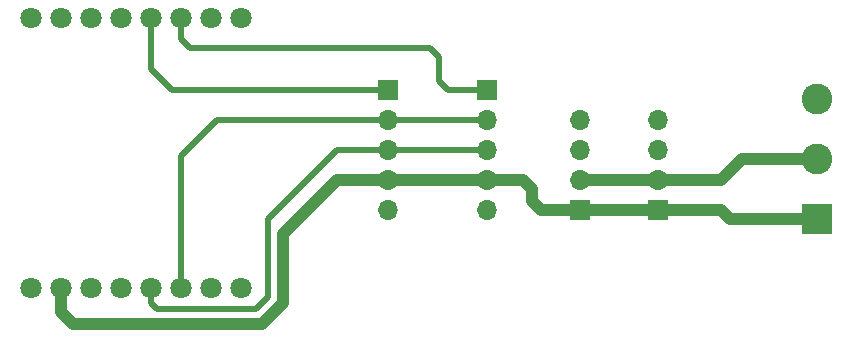
<source format=gbr>
%TF.GenerationSoftware,KiCad,Pcbnew,(5.0.2)-1*%
%TF.CreationDate,2021-01-29T11:37:37+01:00*%
%TF.ProjectId,radar_d1_mini_pcb,72616461-725f-4643-915f-6d696e695f70,rev?*%
%TF.SameCoordinates,Original*%
%TF.FileFunction,Copper,L1,Top*%
%TF.FilePolarity,Positive*%
%FSLAX46Y46*%
G04 Gerber Fmt 4.6, Leading zero omitted, Abs format (unit mm)*
G04 Created by KiCad (PCBNEW (5.0.2)-1) date 29/01/2021 11:37:37*
%MOMM*%
%LPD*%
G01*
G04 APERTURE LIST*
%ADD10C,1.800000*%
%ADD11R,2.600000X2.600000*%
%ADD12C,2.600000*%
%ADD13R,1.700000X1.700000*%
%ADD14O,1.700000X1.700000*%
%ADD15C,1.000000*%
%ADD16C,0.500000*%
G04 APERTURE END LIST*
D10*
X123952000Y-139446000D03*
X121412000Y-139446000D03*
X118872000Y-139446000D03*
X116332000Y-139446000D03*
X113792000Y-139446000D03*
X111252000Y-139446000D03*
X108712000Y-139446000D03*
X106172000Y-139446000D03*
X106172000Y-116586000D03*
X108712000Y-116586000D03*
X111252000Y-116586000D03*
X113792000Y-116586000D03*
X116332000Y-116586000D03*
X118872000Y-116586000D03*
X121412000Y-116586000D03*
X123952000Y-116586000D03*
D11*
X172720000Y-133604000D03*
D12*
X172720000Y-128524000D03*
X172720000Y-123444000D03*
D13*
X159258000Y-132842000D03*
D14*
X159258000Y-130302000D03*
X159258000Y-127762000D03*
X159258000Y-125222000D03*
X152654000Y-125222000D03*
X152654000Y-127762000D03*
X152654000Y-130302000D03*
D13*
X152654000Y-132842000D03*
X144780000Y-122682000D03*
D14*
X144780000Y-125222000D03*
X144780000Y-127762000D03*
X144780000Y-130302000D03*
X144780000Y-132842000D03*
X136398000Y-132842000D03*
X136398000Y-130302000D03*
X136398000Y-127762000D03*
X136398000Y-125222000D03*
D13*
X136398000Y-122682000D03*
D15*
X172720000Y-128524000D02*
X166370000Y-128524000D01*
X164592000Y-130302000D02*
X159258000Y-130302000D01*
X166370000Y-128524000D02*
X164592000Y-130302000D01*
X152654000Y-130302000D02*
X159258000Y-130302000D01*
X152654000Y-132842000D02*
X159258000Y-132842000D01*
X159258000Y-132842000D02*
X164592000Y-132842000D01*
X165354000Y-133604000D02*
X172720000Y-133604000D01*
X164592000Y-132842000D02*
X165354000Y-133604000D01*
X152654000Y-132842000D02*
X149352000Y-132842000D01*
X149352000Y-132842000D02*
X148590000Y-132080000D01*
X148590000Y-132080000D02*
X148590000Y-131064000D01*
X147828000Y-130302000D02*
X144780000Y-130302000D01*
X148590000Y-131064000D02*
X147828000Y-130302000D01*
X144780000Y-130302000D02*
X136398000Y-130302000D01*
X108712000Y-141478000D02*
X108712000Y-139446000D01*
X132080000Y-130302000D02*
X127508000Y-134874000D01*
X136398000Y-130302000D02*
X132080000Y-130302000D01*
X127508000Y-134874000D02*
X127508000Y-140716000D01*
X127508000Y-140716000D02*
X125730000Y-142494000D01*
X125730000Y-142494000D02*
X109728000Y-142494000D01*
X109728000Y-142494000D02*
X108712000Y-141478000D01*
D16*
X118872000Y-118364000D02*
X118872000Y-116586000D01*
X141478000Y-122682000D02*
X140716000Y-121920000D01*
X144780000Y-122682000D02*
X141478000Y-122682000D01*
X140716000Y-121920000D02*
X140716000Y-119888000D01*
X140716000Y-119888000D02*
X139954000Y-119126000D01*
X139954000Y-119126000D02*
X119634000Y-119126000D01*
X119634000Y-119126000D02*
X118872000Y-118364000D01*
X136398000Y-125222000D02*
X144780000Y-125222000D01*
X118872000Y-128270000D02*
X118872000Y-139446000D01*
X136398000Y-125222000D02*
X121920000Y-125222000D01*
X121920000Y-125222000D02*
X118872000Y-128270000D01*
X137600081Y-127762000D02*
X144780000Y-127762000D01*
X136398000Y-127762000D02*
X137600081Y-127762000D01*
X116332000Y-140718792D02*
X116332000Y-139446000D01*
X136398000Y-127762000D02*
X132080000Y-127762000D01*
X132080000Y-127762000D02*
X126238000Y-133604000D01*
X126238000Y-133604000D02*
X126238000Y-140208000D01*
X126238000Y-140208000D02*
X125222000Y-141224000D01*
X125222000Y-141224000D02*
X116837208Y-141224000D01*
X116837208Y-141224000D02*
X116332000Y-140718792D01*
X116332000Y-120904000D02*
X116332000Y-116586000D01*
X136398000Y-122682000D02*
X118110000Y-122682000D01*
X118110000Y-122682000D02*
X116332000Y-120904000D01*
M02*

</source>
